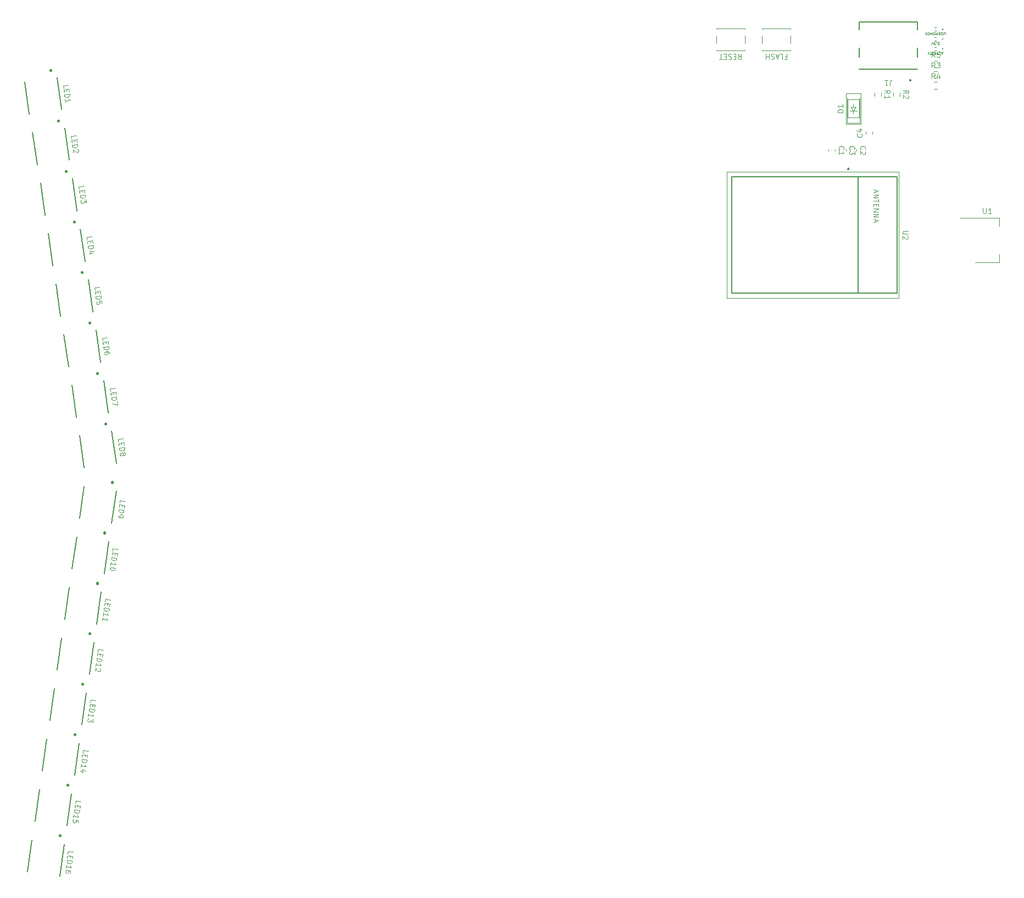
<source format=gbr>
%TF.GenerationSoftware,Flux,Pcbnew,7.0.11-7.0.11~ubuntu20.04.1*%
%TF.CreationDate,2024-08-17T06:32:21+00:00*%
%TF.ProjectId,input,696e7075-742e-46b6-9963-61645f706362,rev?*%
%TF.SameCoordinates,Original*%
%TF.FileFunction,Legend,Top*%
%TF.FilePolarity,Positive*%
%FSLAX46Y46*%
G04 Gerber Fmt 4.6, Leading zero omitted, Abs format (unit mm)*
G04 Filename: pcbrobot*
G04 Build it with Flux! Visit our site at: https://www.flux.ai (PCBNEW 7.0.11-7.0.11~ubuntu20.04.1) date 2024-08-17 06:32:21*
%MOMM*%
%LPD*%
G01*
G04 APERTURE LIST*
%ADD10C,0.095000*%
%ADD11C,0.047500*%
%ADD12C,0.120000*%
%ADD13C,0.400000*%
%ADD14C,0.127000*%
%ADD15C,0.100000*%
%ADD16C,0.050000*%
%ADD17C,0.200000*%
G04 APERTURE END LIST*
D10*
X128822073Y-5405092D02*
X129088739Y-5405092D01*
X129088739Y-4986044D02*
X129088739Y-5786044D01*
X129088739Y-5786044D02*
X128707787Y-5786044D01*
X128022073Y-4986044D02*
X128403025Y-4986044D01*
X128403025Y-4986044D02*
X128403025Y-5786044D01*
X127793502Y-5214616D02*
X127412549Y-5214616D01*
X127869692Y-4986044D02*
X127603025Y-5786044D01*
X127603025Y-5786044D02*
X127336359Y-4986044D01*
X127107788Y-5024140D02*
X126993502Y-4986044D01*
X126993502Y-4986044D02*
X126803026Y-4986044D01*
X126803026Y-4986044D02*
X126726835Y-5024140D01*
X126726835Y-5024140D02*
X126688740Y-5062235D01*
X126688740Y-5062235D02*
X126650645Y-5138425D01*
X126650645Y-5138425D02*
X126650645Y-5214616D01*
X126650645Y-5214616D02*
X126688740Y-5290806D01*
X126688740Y-5290806D02*
X126726835Y-5328901D01*
X126726835Y-5328901D02*
X126803026Y-5366997D01*
X126803026Y-5366997D02*
X126955407Y-5405092D01*
X126955407Y-5405092D02*
X127031597Y-5443187D01*
X127031597Y-5443187D02*
X127069692Y-5481282D01*
X127069692Y-5481282D02*
X127107788Y-5557473D01*
X127107788Y-5557473D02*
X127107788Y-5633663D01*
X127107788Y-5633663D02*
X127069692Y-5709854D01*
X127069692Y-5709854D02*
X127031597Y-5747949D01*
X127031597Y-5747949D02*
X126955407Y-5786044D01*
X126955407Y-5786044D02*
X126764930Y-5786044D01*
X126764930Y-5786044D02*
X126650645Y-5747949D01*
X126307787Y-4986044D02*
X126307787Y-5786044D01*
X126307787Y-5405092D02*
X125850644Y-5405092D01*
X125850644Y-4986044D02*
X125850644Y-5786044D01*
X20561376Y-112778310D02*
X20614395Y-112401065D01*
X20614395Y-112401065D02*
X21406609Y-112512404D01*
X20939233Y-113100702D02*
X20902120Y-113364773D01*
X20471245Y-113419626D02*
X20524263Y-113042382D01*
X20524263Y-113042382D02*
X21316478Y-113153720D01*
X21316478Y-113153720D02*
X21263460Y-113530965D01*
X20423529Y-113759147D02*
X21215743Y-113870486D01*
X21215743Y-113870486D02*
X21189234Y-114059108D01*
X21189234Y-114059108D02*
X21135604Y-114166980D01*
X21135604Y-114166980D02*
X21049551Y-114231825D01*
X21049551Y-114231825D02*
X20968800Y-114258946D01*
X20968800Y-114258946D02*
X20812601Y-114275463D01*
X20812601Y-114275463D02*
X20699427Y-114259558D01*
X20699427Y-114259558D02*
X20553831Y-114200626D01*
X20553831Y-114200626D02*
X20483684Y-114152298D01*
X20483684Y-114152298D02*
X20418838Y-114066245D01*
X20418838Y-114066245D02*
X20397019Y-113947770D01*
X20397019Y-113947770D02*
X20423529Y-113759147D01*
X20253870Y-114966331D02*
X20317492Y-114513637D01*
X20285681Y-114739984D02*
X21077895Y-114851323D01*
X21077895Y-114851323D02*
X20975326Y-114759968D01*
X20975326Y-114759968D02*
X20910480Y-114673916D01*
X20910480Y-114673916D02*
X20883359Y-114593165D01*
X20686580Y-115719598D02*
X20158437Y-115645373D01*
X21014885Y-115573390D02*
X20475527Y-115305240D01*
X20475527Y-115305240D02*
X20406603Y-115795659D01*
X151891467Y-5484555D02*
X151624800Y-5103602D01*
X151434324Y-5484555D02*
X151434324Y-4684555D01*
X151434324Y-4684555D02*
X151739086Y-4684555D01*
X151739086Y-4684555D02*
X151815276Y-4722650D01*
X151815276Y-4722650D02*
X151853371Y-4760745D01*
X151853371Y-4760745D02*
X151891467Y-4836936D01*
X151891467Y-4836936D02*
X151891467Y-4951221D01*
X151891467Y-4951221D02*
X151853371Y-5027412D01*
X151853371Y-5027412D02*
X151815276Y-5065507D01*
X151815276Y-5065507D02*
X151739086Y-5103602D01*
X151739086Y-5103602D02*
X151434324Y-5103602D01*
X152615276Y-4684555D02*
X152234324Y-4684555D01*
X152234324Y-4684555D02*
X152196228Y-5065507D01*
X152196228Y-5065507D02*
X152234324Y-5027412D01*
X152234324Y-5027412D02*
X152310514Y-4989317D01*
X152310514Y-4989317D02*
X152500990Y-4989317D01*
X152500990Y-4989317D02*
X152577181Y-5027412D01*
X152577181Y-5027412D02*
X152615276Y-5065507D01*
X152615276Y-5065507D02*
X152653371Y-5141698D01*
X152653371Y-5141698D02*
X152653371Y-5332174D01*
X152653371Y-5332174D02*
X152615276Y-5408364D01*
X152615276Y-5408364D02*
X152577181Y-5446460D01*
X152577181Y-5446460D02*
X152500990Y-5484555D01*
X152500990Y-5484555D02*
X152310514Y-5484555D01*
X152310514Y-5484555D02*
X152234324Y-5446460D01*
X152234324Y-5446460D02*
X152196228Y-5408364D01*
X140474135Y-19689466D02*
X140436040Y-19651370D01*
X140436040Y-19651370D02*
X140397944Y-19537085D01*
X140397944Y-19537085D02*
X140397944Y-19460894D01*
X140397944Y-19460894D02*
X140436040Y-19346608D01*
X140436040Y-19346608D02*
X140512230Y-19270418D01*
X140512230Y-19270418D02*
X140588420Y-19232323D01*
X140588420Y-19232323D02*
X140740801Y-19194227D01*
X140740801Y-19194227D02*
X140855087Y-19194227D01*
X140855087Y-19194227D02*
X141007468Y-19232323D01*
X141007468Y-19232323D02*
X141083659Y-19270418D01*
X141083659Y-19270418D02*
X141159849Y-19346608D01*
X141159849Y-19346608D02*
X141197944Y-19460894D01*
X141197944Y-19460894D02*
X141197944Y-19537085D01*
X141197944Y-19537085D02*
X141159849Y-19651370D01*
X141159849Y-19651370D02*
X141121754Y-19689466D01*
X141121754Y-19994227D02*
X141159849Y-20032323D01*
X141159849Y-20032323D02*
X141197944Y-20108513D01*
X141197944Y-20108513D02*
X141197944Y-20298989D01*
X141197944Y-20298989D02*
X141159849Y-20375180D01*
X141159849Y-20375180D02*
X141121754Y-20413275D01*
X141121754Y-20413275D02*
X141045563Y-20451370D01*
X141045563Y-20451370D02*
X140969373Y-20451370D01*
X140969373Y-20451370D02*
X140855087Y-20413275D01*
X140855087Y-20413275D02*
X140397944Y-19956132D01*
X140397944Y-19956132D02*
X140397944Y-20451370D01*
X138791535Y-19703266D02*
X138753440Y-19665170D01*
X138753440Y-19665170D02*
X138715344Y-19550885D01*
X138715344Y-19550885D02*
X138715344Y-19474694D01*
X138715344Y-19474694D02*
X138753440Y-19360408D01*
X138753440Y-19360408D02*
X138829630Y-19284218D01*
X138829630Y-19284218D02*
X138905820Y-19246123D01*
X138905820Y-19246123D02*
X139058201Y-19208027D01*
X139058201Y-19208027D02*
X139172487Y-19208027D01*
X139172487Y-19208027D02*
X139324868Y-19246123D01*
X139324868Y-19246123D02*
X139401059Y-19284218D01*
X139401059Y-19284218D02*
X139477249Y-19360408D01*
X139477249Y-19360408D02*
X139515344Y-19474694D01*
X139515344Y-19474694D02*
X139515344Y-19550885D01*
X139515344Y-19550885D02*
X139477249Y-19665170D01*
X139477249Y-19665170D02*
X139439154Y-19703266D01*
X139515344Y-19969932D02*
X139515344Y-20465170D01*
X139515344Y-20465170D02*
X139210582Y-20198504D01*
X139210582Y-20198504D02*
X139210582Y-20312789D01*
X139210582Y-20312789D02*
X139172487Y-20388980D01*
X139172487Y-20388980D02*
X139134392Y-20427075D01*
X139134392Y-20427075D02*
X139058201Y-20465170D01*
X139058201Y-20465170D02*
X138867725Y-20465170D01*
X138867725Y-20465170D02*
X138791535Y-20427075D01*
X138791535Y-20427075D02*
X138753440Y-20388980D01*
X138753440Y-20388980D02*
X138715344Y-20312789D01*
X138715344Y-20312789D02*
X138715344Y-20084218D01*
X138715344Y-20084218D02*
X138753440Y-20008027D01*
X138753440Y-20008027D02*
X138791535Y-19969932D01*
X23998976Y-89422410D02*
X24051995Y-89045165D01*
X24051995Y-89045165D02*
X24844209Y-89156504D01*
X24376833Y-89744802D02*
X24339720Y-90008873D01*
X23908845Y-90063726D02*
X23961863Y-89686482D01*
X23961863Y-89686482D02*
X24754078Y-89797820D01*
X24754078Y-89797820D02*
X24701060Y-90175065D01*
X23861129Y-90403247D02*
X24653343Y-90514586D01*
X24653343Y-90514586D02*
X24626834Y-90703208D01*
X24626834Y-90703208D02*
X24573204Y-90811080D01*
X24573204Y-90811080D02*
X24487151Y-90875925D01*
X24487151Y-90875925D02*
X24406400Y-90903046D01*
X24406400Y-90903046D02*
X24250201Y-90919563D01*
X24250201Y-90919563D02*
X24137027Y-90903658D01*
X24137027Y-90903658D02*
X23991431Y-90844726D01*
X23991431Y-90844726D02*
X23921284Y-90796398D01*
X23921284Y-90796398D02*
X23856438Y-90710345D01*
X23856438Y-90710345D02*
X23834619Y-90591870D01*
X23834619Y-90591870D02*
X23861129Y-90403247D01*
X23691470Y-91610431D02*
X23755092Y-91157737D01*
X23723281Y-91384084D02*
X24515495Y-91495423D01*
X24515495Y-91495423D02*
X24412926Y-91404068D01*
X24412926Y-91404068D02*
X24348080Y-91318016D01*
X24348080Y-91318016D02*
X24320959Y-91237265D01*
X23585433Y-92364922D02*
X23649055Y-91912228D01*
X23617244Y-92138575D02*
X24409459Y-92249913D01*
X24409459Y-92249913D02*
X24306889Y-92158559D01*
X24306889Y-92158559D02*
X24242044Y-92072506D01*
X24242044Y-92072506D02*
X24214923Y-91991755D01*
X137698355Y-13989682D02*
X136898355Y-13989682D01*
X136898355Y-13989682D02*
X136898355Y-13799206D01*
X136898355Y-13799206D02*
X136936450Y-13684920D01*
X136936450Y-13684920D02*
X137012640Y-13608730D01*
X137012640Y-13608730D02*
X137088831Y-13570635D01*
X137088831Y-13570635D02*
X137241212Y-13532539D01*
X137241212Y-13532539D02*
X137355498Y-13532539D01*
X137355498Y-13532539D02*
X137507879Y-13570635D01*
X137507879Y-13570635D02*
X137584069Y-13608730D01*
X137584069Y-13608730D02*
X137660260Y-13684920D01*
X137660260Y-13684920D02*
X137698355Y-13799206D01*
X137698355Y-13799206D02*
X137698355Y-13989682D01*
X137698355Y-12770635D02*
X137698355Y-13227778D01*
X137698355Y-12999206D02*
X136898355Y-12999206D01*
X136898355Y-12999206D02*
X137012640Y-13075397D01*
X137012640Y-13075397D02*
X137088831Y-13151587D01*
X137088831Y-13151587D02*
X137126926Y-13227778D01*
X137698355Y-13989682D02*
X136898355Y-13989682D01*
X136898355Y-13989682D02*
X136898355Y-13799206D01*
X136898355Y-13799206D02*
X136936450Y-13684920D01*
X136936450Y-13684920D02*
X137012640Y-13608730D01*
X137012640Y-13608730D02*
X137088831Y-13570635D01*
X137088831Y-13570635D02*
X137241212Y-13532539D01*
X137241212Y-13532539D02*
X137355498Y-13532539D01*
X137355498Y-13532539D02*
X137507879Y-13570635D01*
X137507879Y-13570635D02*
X137584069Y-13608730D01*
X137584069Y-13608730D02*
X137660260Y-13684920D01*
X137660260Y-13684920D02*
X137698355Y-13799206D01*
X137698355Y-13799206D02*
X137698355Y-13989682D01*
X137698355Y-12770635D02*
X137698355Y-13227778D01*
X137698355Y-12999206D02*
X136898355Y-12999206D01*
X136898355Y-12999206D02*
X137012640Y-13075397D01*
X137012640Y-13075397D02*
X137088831Y-13151587D01*
X137088831Y-13151587D02*
X137126926Y-13227778D01*
X151891467Y-8745855D02*
X151624800Y-8364902D01*
X151434324Y-8745855D02*
X151434324Y-7945855D01*
X151434324Y-7945855D02*
X151739086Y-7945855D01*
X151739086Y-7945855D02*
X151815276Y-7983950D01*
X151815276Y-7983950D02*
X151853371Y-8022045D01*
X151853371Y-8022045D02*
X151891467Y-8098236D01*
X151891467Y-8098236D02*
X151891467Y-8212521D01*
X151891467Y-8212521D02*
X151853371Y-8288712D01*
X151853371Y-8288712D02*
X151815276Y-8326807D01*
X151815276Y-8326807D02*
X151739086Y-8364902D01*
X151739086Y-8364902D02*
X151434324Y-8364902D01*
X152577181Y-8212521D02*
X152577181Y-8745855D01*
X152386705Y-7907760D02*
X152196228Y-8479188D01*
X152196228Y-8479188D02*
X152691467Y-8479188D01*
X26037283Y-64783879D02*
X25984264Y-64406634D01*
X25984264Y-64406634D02*
X26776479Y-64295296D01*
X26489365Y-64989631D02*
X26526478Y-65253702D01*
X26127414Y-65425196D02*
X26074396Y-65047951D01*
X26074396Y-65047951D02*
X26866610Y-64936612D01*
X26866610Y-64936612D02*
X26919628Y-65313857D01*
X26175131Y-65764717D02*
X26967345Y-65653378D01*
X26967345Y-65653378D02*
X26993854Y-65842001D01*
X26993854Y-65842001D02*
X26972035Y-65960476D01*
X26972035Y-65960476D02*
X26907190Y-66046529D01*
X26907190Y-66046529D02*
X26837043Y-66094857D01*
X26837043Y-66094857D02*
X26691446Y-66153789D01*
X26691446Y-66153789D02*
X26578273Y-66169694D01*
X26578273Y-66169694D02*
X26422073Y-66153177D01*
X26422073Y-66153177D02*
X26341322Y-66126056D01*
X26341322Y-66126056D02*
X26255270Y-66061211D01*
X26255270Y-66061211D02*
X26201640Y-65953339D01*
X26201640Y-65953339D02*
X26175131Y-65764717D01*
X26755068Y-66606483D02*
X26782189Y-66525732D01*
X26782189Y-66525732D02*
X26814612Y-66482705D01*
X26814612Y-66482705D02*
X26884759Y-66434377D01*
X26884759Y-66434377D02*
X26922484Y-66429075D01*
X26922484Y-66429075D02*
X27003234Y-66456196D01*
X27003234Y-66456196D02*
X27046261Y-66488619D01*
X27046261Y-66488619D02*
X27094589Y-66558766D01*
X27094589Y-66558766D02*
X27115796Y-66709664D01*
X27115796Y-66709664D02*
X27088675Y-66790415D01*
X27088675Y-66790415D02*
X27056253Y-66833441D01*
X27056253Y-66833441D02*
X26986106Y-66881769D01*
X26986106Y-66881769D02*
X26948381Y-66887071D01*
X26948381Y-66887071D02*
X26867630Y-66859950D01*
X26867630Y-66859950D02*
X26824604Y-66827528D01*
X26824604Y-66827528D02*
X26776276Y-66757381D01*
X26776276Y-66757381D02*
X26755068Y-66606483D01*
X26755068Y-66606483D02*
X26706740Y-66536335D01*
X26706740Y-66536335D02*
X26663714Y-66503913D01*
X26663714Y-66503913D02*
X26582963Y-66476792D01*
X26582963Y-66476792D02*
X26432065Y-66497999D01*
X26432065Y-66497999D02*
X26361918Y-66546327D01*
X26361918Y-66546327D02*
X26329495Y-66589354D01*
X26329495Y-66589354D02*
X26302374Y-66670105D01*
X26302374Y-66670105D02*
X26323582Y-66821003D01*
X26323582Y-66821003D02*
X26371910Y-66891150D01*
X26371910Y-66891150D02*
X26414936Y-66923572D01*
X26414936Y-66923572D02*
X26495687Y-66950693D01*
X26495687Y-66950693D02*
X26646585Y-66929486D01*
X26646585Y-66929486D02*
X26716732Y-66881158D01*
X26716732Y-66881158D02*
X26749155Y-66838131D01*
X26749155Y-66838131D02*
X26776276Y-66757381D01*
X25144876Y-81637210D02*
X25197895Y-81259965D01*
X25197895Y-81259965D02*
X25990109Y-81371304D01*
X25522733Y-81959602D02*
X25485620Y-82223673D01*
X25054745Y-82278526D02*
X25107763Y-81901282D01*
X25107763Y-81901282D02*
X25899978Y-82012620D01*
X25899978Y-82012620D02*
X25846960Y-82389865D01*
X25007029Y-82618047D02*
X25799243Y-82729386D01*
X25799243Y-82729386D02*
X25772734Y-82918008D01*
X25772734Y-82918008D02*
X25719104Y-83025880D01*
X25719104Y-83025880D02*
X25633051Y-83090725D01*
X25633051Y-83090725D02*
X25552300Y-83117846D01*
X25552300Y-83117846D02*
X25396101Y-83134363D01*
X25396101Y-83134363D02*
X25282927Y-83118458D01*
X25282927Y-83118458D02*
X25137331Y-83059526D01*
X25137331Y-83059526D02*
X25067184Y-83011198D01*
X25067184Y-83011198D02*
X25002338Y-82925145D01*
X25002338Y-82925145D02*
X24980519Y-82806670D01*
X24980519Y-82806670D02*
X25007029Y-82618047D01*
X24837370Y-83825231D02*
X24900992Y-83372537D01*
X24869181Y-83598884D02*
X25661395Y-83710223D01*
X25661395Y-83710223D02*
X25558826Y-83618868D01*
X25558826Y-83618868D02*
X25493980Y-83532816D01*
X25493980Y-83532816D02*
X25466859Y-83452065D01*
X25560661Y-84426989D02*
X25550057Y-84502438D01*
X25550057Y-84502438D02*
X25501729Y-84572585D01*
X25501729Y-84572585D02*
X25458702Y-84605007D01*
X25458702Y-84605007D02*
X25377952Y-84632128D01*
X25377952Y-84632128D02*
X25221752Y-84648645D01*
X25221752Y-84648645D02*
X25033129Y-84622136D01*
X25033129Y-84622136D02*
X24887533Y-84563204D01*
X24887533Y-84563204D02*
X24817386Y-84514876D01*
X24817386Y-84514876D02*
X24784963Y-84471850D01*
X24784963Y-84471850D02*
X24757842Y-84391099D01*
X24757842Y-84391099D02*
X24768446Y-84315650D01*
X24768446Y-84315650D02*
X24816774Y-84245503D01*
X24816774Y-84245503D02*
X24859801Y-84213080D01*
X24859801Y-84213080D02*
X24940551Y-84185959D01*
X24940551Y-84185959D02*
X25096751Y-84169442D01*
X25096751Y-84169442D02*
X25285374Y-84195951D01*
X25285374Y-84195951D02*
X25430970Y-84254883D01*
X25430970Y-84254883D02*
X25501117Y-84303211D01*
X25501117Y-84303211D02*
X25533540Y-84346238D01*
X25533540Y-84346238D02*
X25560661Y-84426989D01*
X23625883Y-49202279D02*
X23572864Y-48825034D01*
X23572864Y-48825034D02*
X24365079Y-48713696D01*
X24077965Y-49408031D02*
X24115078Y-49672102D01*
X23716014Y-49843596D02*
X23662996Y-49466351D01*
X23662996Y-49466351D02*
X24455210Y-49355012D01*
X24455210Y-49355012D02*
X24508228Y-49732257D01*
X23763731Y-50183117D02*
X24555945Y-50071778D01*
X24555945Y-50071778D02*
X24582454Y-50260401D01*
X24582454Y-50260401D02*
X24560635Y-50378876D01*
X24560635Y-50378876D02*
X24495790Y-50464929D01*
X24495790Y-50464929D02*
X24425643Y-50513257D01*
X24425643Y-50513257D02*
X24280046Y-50572189D01*
X24280046Y-50572189D02*
X24166873Y-50588094D01*
X24166873Y-50588094D02*
X24010673Y-50571577D01*
X24010673Y-50571577D02*
X23929922Y-50544456D01*
X23929922Y-50544456D02*
X23843870Y-50479611D01*
X23843870Y-50479611D02*
X23790240Y-50371739D01*
X23790240Y-50371739D02*
X23763731Y-50183117D01*
X24715000Y-51203513D02*
X24693793Y-51052615D01*
X24693793Y-51052615D02*
X24645464Y-50982468D01*
X24645464Y-50982468D02*
X24602438Y-50950045D01*
X24602438Y-50950045D02*
X24478661Y-50890502D01*
X24478661Y-50890502D02*
X24322461Y-50873985D01*
X24322461Y-50873985D02*
X24020665Y-50916399D01*
X24020665Y-50916399D02*
X23950518Y-50964727D01*
X23950518Y-50964727D02*
X23918095Y-51007754D01*
X23918095Y-51007754D02*
X23890974Y-51088505D01*
X23890974Y-51088505D02*
X23912182Y-51239403D01*
X23912182Y-51239403D02*
X23960510Y-51309550D01*
X23960510Y-51309550D02*
X24003536Y-51341972D01*
X24003536Y-51341972D02*
X24084287Y-51369093D01*
X24084287Y-51369093D02*
X24272910Y-51342584D01*
X24272910Y-51342584D02*
X24343057Y-51294256D01*
X24343057Y-51294256D02*
X24375479Y-51251230D01*
X24375479Y-51251230D02*
X24402600Y-51170479D01*
X24402600Y-51170479D02*
X24381393Y-51019581D01*
X24381393Y-51019581D02*
X24333065Y-50949434D01*
X24333065Y-50949434D02*
X24290038Y-50917011D01*
X24290038Y-50917011D02*
X24209288Y-50889890D01*
X18269576Y-128348810D02*
X18322595Y-127971565D01*
X18322595Y-127971565D02*
X19114809Y-128082904D01*
X18647433Y-128671202D02*
X18610320Y-128935273D01*
X18179445Y-128990126D02*
X18232463Y-128612882D01*
X18232463Y-128612882D02*
X19024678Y-128724220D01*
X19024678Y-128724220D02*
X18971660Y-129101465D01*
X18131729Y-129329647D02*
X18923943Y-129440986D01*
X18923943Y-129440986D02*
X18897434Y-129629608D01*
X18897434Y-129629608D02*
X18843804Y-129737480D01*
X18843804Y-129737480D02*
X18757751Y-129802325D01*
X18757751Y-129802325D02*
X18677000Y-129829446D01*
X18677000Y-129829446D02*
X18520801Y-129845963D01*
X18520801Y-129845963D02*
X18407627Y-129830058D01*
X18407627Y-129830058D02*
X18262031Y-129771126D01*
X18262031Y-129771126D02*
X18191884Y-129722798D01*
X18191884Y-129722798D02*
X18127038Y-129636745D01*
X18127038Y-129636745D02*
X18105219Y-129518270D01*
X18105219Y-129518270D02*
X18131729Y-129329647D01*
X17962070Y-130536831D02*
X18025692Y-130084137D01*
X17993881Y-130310484D02*
X18786095Y-130421823D01*
X18786095Y-130421823D02*
X18683526Y-130330468D01*
X18683526Y-130330468D02*
X18618680Y-130244416D01*
X18618680Y-130244416D02*
X18591559Y-130163665D01*
X18658851Y-131327211D02*
X18680059Y-131176313D01*
X18680059Y-131176313D02*
X18652938Y-131095562D01*
X18652938Y-131095562D02*
X18620515Y-131052536D01*
X18620515Y-131052536D02*
X18517945Y-130961181D01*
X18517945Y-130961181D02*
X18372349Y-130902250D01*
X18372349Y-130902250D02*
X18070553Y-130859835D01*
X18070553Y-130859835D02*
X17989802Y-130886956D01*
X17989802Y-130886956D02*
X17946776Y-130919378D01*
X17946776Y-130919378D02*
X17898448Y-130989526D01*
X17898448Y-130989526D02*
X17877241Y-131140424D01*
X17877241Y-131140424D02*
X17904361Y-131221174D01*
X17904361Y-131221174D02*
X17936784Y-131264201D01*
X17936784Y-131264201D02*
X18006931Y-131312529D01*
X18006931Y-131312529D02*
X18195554Y-131339038D01*
X18195554Y-131339038D02*
X18276305Y-131311917D01*
X18276305Y-131311917D02*
X18319331Y-131279495D01*
X18319331Y-131279495D02*
X18367659Y-131209347D01*
X18367659Y-131209347D02*
X18388866Y-131058449D01*
X18388866Y-131058449D02*
X18361746Y-130977699D01*
X18361746Y-130977699D02*
X18329323Y-130934672D01*
X18329323Y-130934672D02*
X18259176Y-130886344D01*
X21214583Y-33620679D02*
X21161564Y-33243434D01*
X21161564Y-33243434D02*
X21953779Y-33132096D01*
X21666665Y-33826431D02*
X21703778Y-34090502D01*
X21304714Y-34261996D02*
X21251696Y-33884751D01*
X21251696Y-33884751D02*
X22043910Y-33773412D01*
X22043910Y-33773412D02*
X22096928Y-34150657D01*
X21352431Y-34601517D02*
X22144645Y-34490178D01*
X22144645Y-34490178D02*
X22171154Y-34678801D01*
X22171154Y-34678801D02*
X22149335Y-34797276D01*
X22149335Y-34797276D02*
X22084490Y-34883329D01*
X22084490Y-34883329D02*
X22014343Y-34931657D01*
X22014343Y-34931657D02*
X21868746Y-34990589D01*
X21868746Y-34990589D02*
X21755573Y-35006494D01*
X21755573Y-35006494D02*
X21599373Y-34989977D01*
X21599373Y-34989977D02*
X21518622Y-34962856D01*
X21518622Y-34962856D02*
X21432570Y-34898011D01*
X21432570Y-34898011D02*
X21378940Y-34790139D01*
X21378940Y-34790139D02*
X21352431Y-34601517D01*
X22039628Y-35659026D02*
X21511485Y-35733252D01*
X22314915Y-35427989D02*
X21722539Y-35318894D01*
X21722539Y-35318894D02*
X21791462Y-35809312D01*
X24831583Y-56993079D02*
X24778564Y-56615834D01*
X24778564Y-56615834D02*
X25570779Y-56504496D01*
X25283665Y-57198831D02*
X25320778Y-57462902D01*
X24921714Y-57634396D02*
X24868696Y-57257151D01*
X24868696Y-57257151D02*
X25660910Y-57145812D01*
X25660910Y-57145812D02*
X25713928Y-57523057D01*
X24969431Y-57973917D02*
X25761645Y-57862578D01*
X25761645Y-57862578D02*
X25788154Y-58051201D01*
X25788154Y-58051201D02*
X25766335Y-58169676D01*
X25766335Y-58169676D02*
X25701490Y-58255729D01*
X25701490Y-58255729D02*
X25631343Y-58304057D01*
X25631343Y-58304057D02*
X25485746Y-58362989D01*
X25485746Y-58362989D02*
X25372573Y-58378894D01*
X25372573Y-58378894D02*
X25216373Y-58362377D01*
X25216373Y-58362377D02*
X25135622Y-58335256D01*
X25135622Y-58335256D02*
X25049570Y-58270411D01*
X25049570Y-58270411D02*
X24995940Y-58162539D01*
X24995940Y-58162539D02*
X24969431Y-57973917D01*
X25862380Y-58579344D02*
X25936605Y-59107487D01*
X25936605Y-59107487D02*
X25096674Y-58879305D01*
D11*
X153495707Y-2015722D02*
X153495707Y-1691912D01*
X153495707Y-1691912D02*
X153476660Y-1653817D01*
X153476660Y-1653817D02*
X153457612Y-1634770D01*
X153457612Y-1634770D02*
X153419517Y-1615722D01*
X153419517Y-1615722D02*
X153343326Y-1615722D01*
X153343326Y-1615722D02*
X153305231Y-1634770D01*
X153305231Y-1634770D02*
X153286184Y-1653817D01*
X153286184Y-1653817D02*
X153267136Y-1691912D01*
X153267136Y-1691912D02*
X153267136Y-2015722D01*
X153095707Y-1634770D02*
X153038564Y-1615722D01*
X153038564Y-1615722D02*
X152943326Y-1615722D01*
X152943326Y-1615722D02*
X152905231Y-1634770D01*
X152905231Y-1634770D02*
X152886183Y-1653817D01*
X152886183Y-1653817D02*
X152867136Y-1691912D01*
X152867136Y-1691912D02*
X152867136Y-1730008D01*
X152867136Y-1730008D02*
X152886183Y-1768103D01*
X152886183Y-1768103D02*
X152905231Y-1787150D01*
X152905231Y-1787150D02*
X152943326Y-1806198D01*
X152943326Y-1806198D02*
X153019517Y-1825246D01*
X153019517Y-1825246D02*
X153057612Y-1844293D01*
X153057612Y-1844293D02*
X153076659Y-1863341D01*
X153076659Y-1863341D02*
X153095707Y-1901436D01*
X153095707Y-1901436D02*
X153095707Y-1939531D01*
X153095707Y-1939531D02*
X153076659Y-1977627D01*
X153076659Y-1977627D02*
X153057612Y-1996674D01*
X153057612Y-1996674D02*
X153019517Y-2015722D01*
X153019517Y-2015722D02*
X152924278Y-2015722D01*
X152924278Y-2015722D02*
X152867136Y-1996674D01*
X152562374Y-1825246D02*
X152505231Y-1806198D01*
X152505231Y-1806198D02*
X152486184Y-1787150D01*
X152486184Y-1787150D02*
X152467136Y-1749055D01*
X152467136Y-1749055D02*
X152467136Y-1691912D01*
X152467136Y-1691912D02*
X152486184Y-1653817D01*
X152486184Y-1653817D02*
X152505231Y-1634770D01*
X152505231Y-1634770D02*
X152543326Y-1615722D01*
X152543326Y-1615722D02*
X152695707Y-1615722D01*
X152695707Y-1615722D02*
X152695707Y-2015722D01*
X152695707Y-2015722D02*
X152562374Y-2015722D01*
X152562374Y-2015722D02*
X152524279Y-1996674D01*
X152524279Y-1996674D02*
X152505231Y-1977627D01*
X152505231Y-1977627D02*
X152486184Y-1939531D01*
X152486184Y-1939531D02*
X152486184Y-1901436D01*
X152486184Y-1901436D02*
X152505231Y-1863341D01*
X152505231Y-1863341D02*
X152524279Y-1844293D01*
X152524279Y-1844293D02*
X152562374Y-1825246D01*
X152562374Y-1825246D02*
X152695707Y-1825246D01*
X152295707Y-1615722D02*
X152295707Y-2015722D01*
X152295707Y-2015722D02*
X152143326Y-2015722D01*
X152143326Y-2015722D02*
X152105231Y-1996674D01*
X152105231Y-1996674D02*
X152086184Y-1977627D01*
X152086184Y-1977627D02*
X152067136Y-1939531D01*
X152067136Y-1939531D02*
X152067136Y-1882389D01*
X152067136Y-1882389D02*
X152086184Y-1844293D01*
X152086184Y-1844293D02*
X152105231Y-1825246D01*
X152105231Y-1825246D02*
X152143326Y-1806198D01*
X152143326Y-1806198D02*
X152295707Y-1806198D01*
X151819517Y-2015722D02*
X151743326Y-2015722D01*
X151743326Y-2015722D02*
X151705231Y-1996674D01*
X151705231Y-1996674D02*
X151667136Y-1958579D01*
X151667136Y-1958579D02*
X151648088Y-1882389D01*
X151648088Y-1882389D02*
X151648088Y-1749055D01*
X151648088Y-1749055D02*
X151667136Y-1672865D01*
X151667136Y-1672865D02*
X151705231Y-1634770D01*
X151705231Y-1634770D02*
X151743326Y-1615722D01*
X151743326Y-1615722D02*
X151819517Y-1615722D01*
X151819517Y-1615722D02*
X151857612Y-1634770D01*
X151857612Y-1634770D02*
X151895707Y-1672865D01*
X151895707Y-1672865D02*
X151914755Y-1749055D01*
X151914755Y-1749055D02*
X151914755Y-1882389D01*
X151914755Y-1882389D02*
X151895707Y-1958579D01*
X151895707Y-1958579D02*
X151857612Y-1996674D01*
X151857612Y-1996674D02*
X151819517Y-2015722D01*
X151514755Y-2015722D02*
X151419517Y-1615722D01*
X151419517Y-1615722D02*
X151343326Y-1901436D01*
X151343326Y-1901436D02*
X151267136Y-1615722D01*
X151267136Y-1615722D02*
X151171898Y-2015722D01*
X151019516Y-1825246D02*
X150886183Y-1825246D01*
X150829040Y-1615722D02*
X151019516Y-1615722D01*
X151019516Y-1615722D02*
X151019516Y-2015722D01*
X151019516Y-2015722D02*
X150829040Y-2015722D01*
X150429040Y-1615722D02*
X150562373Y-1806198D01*
X150657611Y-1615722D02*
X150657611Y-2015722D01*
X150657611Y-2015722D02*
X150505230Y-2015722D01*
X150505230Y-2015722D02*
X150467135Y-1996674D01*
X150467135Y-1996674D02*
X150448088Y-1977627D01*
X150448088Y-1977627D02*
X150429040Y-1939531D01*
X150429040Y-1939531D02*
X150429040Y-1882389D01*
X150429040Y-1882389D02*
X150448088Y-1844293D01*
X150448088Y-1844293D02*
X150467135Y-1825246D01*
X150467135Y-1825246D02*
X150505230Y-1806198D01*
X150505230Y-1806198D02*
X150657611Y-1806198D01*
D10*
X140611164Y-17288437D02*
X140649260Y-17326533D01*
X140649260Y-17326533D02*
X140687355Y-17440818D01*
X140687355Y-17440818D02*
X140687355Y-17517009D01*
X140687355Y-17517009D02*
X140649260Y-17631295D01*
X140649260Y-17631295D02*
X140573069Y-17707485D01*
X140573069Y-17707485D02*
X140496879Y-17745580D01*
X140496879Y-17745580D02*
X140344498Y-17783676D01*
X140344498Y-17783676D02*
X140230212Y-17783676D01*
X140230212Y-17783676D02*
X140077831Y-17745580D01*
X140077831Y-17745580D02*
X140001640Y-17707485D01*
X140001640Y-17707485D02*
X139925450Y-17631295D01*
X139925450Y-17631295D02*
X139887355Y-17517009D01*
X139887355Y-17517009D02*
X139887355Y-17440818D01*
X139887355Y-17440818D02*
X139925450Y-17326533D01*
X139925450Y-17326533D02*
X139963545Y-17288437D01*
X140154021Y-16602723D02*
X140687355Y-16602723D01*
X139849260Y-16793199D02*
X140420688Y-16983676D01*
X140420688Y-16983676D02*
X140420688Y-16488437D01*
X151891467Y-7110855D02*
X151624800Y-6729902D01*
X151434324Y-7110855D02*
X151434324Y-6310855D01*
X151434324Y-6310855D02*
X151739086Y-6310855D01*
X151739086Y-6310855D02*
X151815276Y-6348950D01*
X151815276Y-6348950D02*
X151853371Y-6387045D01*
X151853371Y-6387045D02*
X151891467Y-6463236D01*
X151891467Y-6463236D02*
X151891467Y-6577521D01*
X151891467Y-6577521D02*
X151853371Y-6653712D01*
X151853371Y-6653712D02*
X151815276Y-6691807D01*
X151815276Y-6691807D02*
X151739086Y-6729902D01*
X151739086Y-6729902D02*
X151434324Y-6729902D01*
X152158133Y-6310855D02*
X152653371Y-6310855D01*
X152653371Y-6310855D02*
X152386705Y-6615617D01*
X152386705Y-6615617D02*
X152500990Y-6615617D01*
X152500990Y-6615617D02*
X152577181Y-6653712D01*
X152577181Y-6653712D02*
X152615276Y-6691807D01*
X152615276Y-6691807D02*
X152653371Y-6767998D01*
X152653371Y-6767998D02*
X152653371Y-6958474D01*
X152653371Y-6958474D02*
X152615276Y-7034664D01*
X152615276Y-7034664D02*
X152577181Y-7072760D01*
X152577181Y-7072760D02*
X152500990Y-7110855D01*
X152500990Y-7110855D02*
X152272419Y-7110855D01*
X152272419Y-7110855D02*
X152196228Y-7072760D01*
X152196228Y-7072760D02*
X152158133Y-7034664D01*
X147037344Y-11071566D02*
X147418297Y-10804899D01*
X147037344Y-10614423D02*
X147837344Y-10614423D01*
X147837344Y-10614423D02*
X147837344Y-10919185D01*
X147837344Y-10919185D02*
X147799249Y-10995375D01*
X147799249Y-10995375D02*
X147761154Y-11033470D01*
X147761154Y-11033470D02*
X147684963Y-11071566D01*
X147684963Y-11071566D02*
X147570678Y-11071566D01*
X147570678Y-11071566D02*
X147494487Y-11033470D01*
X147494487Y-11033470D02*
X147456392Y-10995375D01*
X147456392Y-10995375D02*
X147418297Y-10919185D01*
X147418297Y-10919185D02*
X147418297Y-10614423D01*
X147761154Y-11376327D02*
X147799249Y-11414423D01*
X147799249Y-11414423D02*
X147837344Y-11490613D01*
X147837344Y-11490613D02*
X147837344Y-11681089D01*
X147837344Y-11681089D02*
X147799249Y-11757280D01*
X147799249Y-11757280D02*
X147761154Y-11795375D01*
X147761154Y-11795375D02*
X147684963Y-11833470D01*
X147684963Y-11833470D02*
X147608773Y-11833470D01*
X147608773Y-11833470D02*
X147494487Y-11795375D01*
X147494487Y-11795375D02*
X147037344Y-11338232D01*
X147037344Y-11338232D02*
X147037344Y-11833470D01*
D11*
X152562373Y-3524122D02*
X152314754Y-3524122D01*
X152314754Y-3524122D02*
X152448087Y-3371741D01*
X152448087Y-3371741D02*
X152390944Y-3371741D01*
X152390944Y-3371741D02*
X152352849Y-3352693D01*
X152352849Y-3352693D02*
X152333801Y-3333646D01*
X152333801Y-3333646D02*
X152314754Y-3295550D01*
X152314754Y-3295550D02*
X152314754Y-3200312D01*
X152314754Y-3200312D02*
X152333801Y-3162217D01*
X152333801Y-3162217D02*
X152352849Y-3143170D01*
X152352849Y-3143170D02*
X152390944Y-3124122D01*
X152390944Y-3124122D02*
X152505230Y-3124122D01*
X152505230Y-3124122D02*
X152543325Y-3143170D01*
X152543325Y-3143170D02*
X152562373Y-3162217D01*
X152143325Y-3162217D02*
X152124278Y-3143170D01*
X152124278Y-3143170D02*
X152143325Y-3124122D01*
X152143325Y-3124122D02*
X152162373Y-3143170D01*
X152162373Y-3143170D02*
X152143325Y-3162217D01*
X152143325Y-3162217D02*
X152143325Y-3124122D01*
X151990945Y-3524122D02*
X151743326Y-3524122D01*
X151743326Y-3524122D02*
X151876659Y-3371741D01*
X151876659Y-3371741D02*
X151819516Y-3371741D01*
X151819516Y-3371741D02*
X151781421Y-3352693D01*
X151781421Y-3352693D02*
X151762373Y-3333646D01*
X151762373Y-3333646D02*
X151743326Y-3295550D01*
X151743326Y-3295550D02*
X151743326Y-3200312D01*
X151743326Y-3200312D02*
X151762373Y-3162217D01*
X151762373Y-3162217D02*
X151781421Y-3143170D01*
X151781421Y-3143170D02*
X151819516Y-3124122D01*
X151819516Y-3124122D02*
X151933802Y-3124122D01*
X151933802Y-3124122D02*
X151971897Y-3143170D01*
X151971897Y-3143170D02*
X151990945Y-3162217D01*
X151629040Y-3524122D02*
X151495707Y-3124122D01*
X151495707Y-3124122D02*
X151362374Y-3524122D01*
D10*
X22853076Y-97207710D02*
X22906095Y-96830465D01*
X22906095Y-96830465D02*
X23698309Y-96941804D01*
X23230933Y-97530102D02*
X23193820Y-97794173D01*
X22762945Y-97849026D02*
X22815963Y-97471782D01*
X22815963Y-97471782D02*
X23608178Y-97583120D01*
X23608178Y-97583120D02*
X23555160Y-97960365D01*
X22715229Y-98188547D02*
X23507443Y-98299886D01*
X23507443Y-98299886D02*
X23480934Y-98488508D01*
X23480934Y-98488508D02*
X23427304Y-98596380D01*
X23427304Y-98596380D02*
X23341251Y-98661225D01*
X23341251Y-98661225D02*
X23260500Y-98688346D01*
X23260500Y-98688346D02*
X23104301Y-98704863D01*
X23104301Y-98704863D02*
X22991127Y-98688958D01*
X22991127Y-98688958D02*
X22845531Y-98630026D01*
X22845531Y-98630026D02*
X22775384Y-98581698D01*
X22775384Y-98581698D02*
X22710538Y-98495645D01*
X22710538Y-98495645D02*
X22688719Y-98377170D01*
X22688719Y-98377170D02*
X22715229Y-98188547D01*
X22545570Y-99395731D02*
X22609192Y-98943037D01*
X22577381Y-99169384D02*
X23369595Y-99280723D01*
X23369595Y-99280723D02*
X23267026Y-99189368D01*
X23267026Y-99189368D02*
X23202180Y-99103316D01*
X23202180Y-99103316D02*
X23175059Y-99022565D01*
X23219921Y-99798262D02*
X23252343Y-99841289D01*
X23252343Y-99841289D02*
X23279464Y-99922040D01*
X23279464Y-99922040D02*
X23252955Y-100110662D01*
X23252955Y-100110662D02*
X23204627Y-100180809D01*
X23204627Y-100180809D02*
X23161601Y-100213232D01*
X23161601Y-100213232D02*
X23080850Y-100240353D01*
X23080850Y-100240353D02*
X23005401Y-100229749D01*
X23005401Y-100229749D02*
X22897529Y-100176119D01*
X22897529Y-100176119D02*
X22508457Y-99659803D01*
X22508457Y-99659803D02*
X22439533Y-100150222D01*
X137159135Y-19703266D02*
X137121040Y-19665170D01*
X137121040Y-19665170D02*
X137082944Y-19550885D01*
X137082944Y-19550885D02*
X137082944Y-19474694D01*
X137082944Y-19474694D02*
X137121040Y-19360408D01*
X137121040Y-19360408D02*
X137197230Y-19284218D01*
X137197230Y-19284218D02*
X137273420Y-19246123D01*
X137273420Y-19246123D02*
X137425801Y-19208027D01*
X137425801Y-19208027D02*
X137540087Y-19208027D01*
X137540087Y-19208027D02*
X137692468Y-19246123D01*
X137692468Y-19246123D02*
X137768659Y-19284218D01*
X137768659Y-19284218D02*
X137844849Y-19360408D01*
X137844849Y-19360408D02*
X137882944Y-19474694D01*
X137882944Y-19474694D02*
X137882944Y-19550885D01*
X137882944Y-19550885D02*
X137844849Y-19665170D01*
X137844849Y-19665170D02*
X137806754Y-19703266D01*
X137082944Y-20465170D02*
X137082944Y-20008027D01*
X137082944Y-20236599D02*
X137882944Y-20236599D01*
X137882944Y-20236599D02*
X137768659Y-20160408D01*
X137768659Y-20160408D02*
X137692468Y-20084218D01*
X137692468Y-20084218D02*
X137654373Y-20008027D01*
X17597483Y-10248279D02*
X17544464Y-9871034D01*
X17544464Y-9871034D02*
X18336679Y-9759696D01*
X18049565Y-10454031D02*
X18086678Y-10718102D01*
X17687614Y-10889596D02*
X17634596Y-10512351D01*
X17634596Y-10512351D02*
X18426810Y-10401012D01*
X18426810Y-10401012D02*
X18479828Y-10778257D01*
X17735331Y-11229117D02*
X18527545Y-11117778D01*
X18527545Y-11117778D02*
X18554054Y-11306401D01*
X18554054Y-11306401D02*
X18532235Y-11424876D01*
X18532235Y-11424876D02*
X18467390Y-11510929D01*
X18467390Y-11510929D02*
X18397243Y-11559257D01*
X18397243Y-11559257D02*
X18251646Y-11618189D01*
X18251646Y-11618189D02*
X18138473Y-11634094D01*
X18138473Y-11634094D02*
X17982273Y-11617577D01*
X17982273Y-11617577D02*
X17901522Y-11590456D01*
X17901522Y-11590456D02*
X17815470Y-11525611D01*
X17815470Y-11525611D02*
X17761840Y-11417739D01*
X17761840Y-11417739D02*
X17735331Y-11229117D01*
X17904989Y-12436301D02*
X17841367Y-11983607D01*
X17873178Y-12209954D02*
X18665393Y-12098615D01*
X18665393Y-12098615D02*
X18541615Y-12039072D01*
X18541615Y-12039072D02*
X18455563Y-11974226D01*
X18455563Y-11974226D02*
X18407235Y-11904079D01*
X144162344Y-11071566D02*
X144543297Y-10804899D01*
X144162344Y-10614423D02*
X144962344Y-10614423D01*
X144962344Y-10614423D02*
X144962344Y-10919185D01*
X144962344Y-10919185D02*
X144924249Y-10995375D01*
X144924249Y-10995375D02*
X144886154Y-11033470D01*
X144886154Y-11033470D02*
X144809963Y-11071566D01*
X144809963Y-11071566D02*
X144695678Y-11071566D01*
X144695678Y-11071566D02*
X144619487Y-11033470D01*
X144619487Y-11033470D02*
X144581392Y-10995375D01*
X144581392Y-10995375D02*
X144543297Y-10919185D01*
X144543297Y-10919185D02*
X144543297Y-10614423D01*
X144162344Y-11833470D02*
X144162344Y-11376327D01*
X144162344Y-11604899D02*
X144962344Y-11604899D01*
X144962344Y-11604899D02*
X144848059Y-11528708D01*
X144848059Y-11528708D02*
X144771868Y-11452518D01*
X144771868Y-11452518D02*
X144733773Y-11376327D01*
D11*
X153105230Y-4746708D02*
X152914754Y-4746708D01*
X153143325Y-4632422D02*
X153009992Y-5032422D01*
X153009992Y-5032422D02*
X152876659Y-4632422D01*
X152514754Y-4670517D02*
X152533802Y-4651470D01*
X152533802Y-4651470D02*
X152590944Y-4632422D01*
X152590944Y-4632422D02*
X152629040Y-4632422D01*
X152629040Y-4632422D02*
X152686183Y-4651470D01*
X152686183Y-4651470D02*
X152724278Y-4689565D01*
X152724278Y-4689565D02*
X152743325Y-4727660D01*
X152743325Y-4727660D02*
X152762373Y-4803850D01*
X152762373Y-4803850D02*
X152762373Y-4860993D01*
X152762373Y-4860993D02*
X152743325Y-4937184D01*
X152743325Y-4937184D02*
X152724278Y-4975279D01*
X152724278Y-4975279D02*
X152686183Y-5013374D01*
X152686183Y-5013374D02*
X152629040Y-5032422D01*
X152629040Y-5032422D02*
X152590944Y-5032422D01*
X152590944Y-5032422D02*
X152533802Y-5013374D01*
X152533802Y-5013374D02*
X152514754Y-4994327D01*
X152400468Y-5032422D02*
X152171897Y-5032422D01*
X152286183Y-4632422D02*
X152286183Y-5032422D01*
X152038563Y-4632422D02*
X152038563Y-5032422D01*
X151905230Y-5032422D02*
X151771897Y-4632422D01*
X151771897Y-4632422D02*
X151638564Y-5032422D01*
X151505230Y-4632422D02*
X151505230Y-5032422D01*
X151371897Y-5032422D02*
X151143326Y-5032422D01*
X151257612Y-4632422D02*
X151257612Y-5032422D01*
X150933802Y-4822898D02*
X150933802Y-4632422D01*
X151067135Y-5032422D02*
X150933802Y-4822898D01*
X150933802Y-4822898D02*
X150800469Y-5032422D01*
D10*
X18803183Y-18039079D02*
X18750164Y-17661834D01*
X18750164Y-17661834D02*
X19542379Y-17550496D01*
X19255265Y-18244831D02*
X19292378Y-18508902D01*
X18893314Y-18680396D02*
X18840296Y-18303151D01*
X18840296Y-18303151D02*
X19632510Y-18191812D01*
X19632510Y-18191812D02*
X19685528Y-18569057D01*
X18941031Y-19019917D02*
X19733245Y-18908578D01*
X19733245Y-18908578D02*
X19759754Y-19097201D01*
X19759754Y-19097201D02*
X19737935Y-19215676D01*
X19737935Y-19215676D02*
X19673090Y-19301729D01*
X19673090Y-19301729D02*
X19602943Y-19350057D01*
X19602943Y-19350057D02*
X19457346Y-19408989D01*
X19457346Y-19408989D02*
X19344173Y-19424894D01*
X19344173Y-19424894D02*
X19187973Y-19408377D01*
X19187973Y-19408377D02*
X19107222Y-19381256D01*
X19107222Y-19381256D02*
X19021170Y-19316411D01*
X19021170Y-19316411D02*
X18967540Y-19208539D01*
X18967540Y-19208539D02*
X18941031Y-19019917D01*
X19763833Y-19673672D02*
X19806859Y-19706094D01*
X19806859Y-19706094D02*
X19855187Y-19776242D01*
X19855187Y-19776242D02*
X19881696Y-19964864D01*
X19881696Y-19964864D02*
X19854575Y-20045615D01*
X19854575Y-20045615D02*
X19822153Y-20088641D01*
X19822153Y-20088641D02*
X19752006Y-20136969D01*
X19752006Y-20136969D02*
X19676557Y-20147573D01*
X19676557Y-20147573D02*
X19558081Y-20125754D01*
X19558081Y-20125754D02*
X19041765Y-19736682D01*
X19041765Y-19736682D02*
X19110689Y-20227101D01*
X142661511Y-25948447D02*
X142661511Y-26329400D01*
X142432939Y-25872257D02*
X143232939Y-26138924D01*
X143232939Y-26138924D02*
X142432939Y-26405590D01*
X142432939Y-26672257D02*
X143232939Y-26672257D01*
X143232939Y-26672257D02*
X142432939Y-27129400D01*
X142432939Y-27129400D02*
X143232939Y-27129400D01*
X143232939Y-27396066D02*
X143232939Y-27853209D01*
X142432939Y-27624637D02*
X143232939Y-27624637D01*
X142851987Y-28119876D02*
X142851987Y-28386542D01*
X142432939Y-28500828D02*
X142432939Y-28119876D01*
X142432939Y-28119876D02*
X143232939Y-28119876D01*
X143232939Y-28119876D02*
X143232939Y-28500828D01*
X142432939Y-28843686D02*
X143232939Y-28843686D01*
X143232939Y-28843686D02*
X142432939Y-29300829D01*
X142432939Y-29300829D02*
X143232939Y-29300829D01*
X142432939Y-29681781D02*
X143232939Y-29681781D01*
X143232939Y-29681781D02*
X142432939Y-30138924D01*
X142432939Y-30138924D02*
X143232939Y-30138924D01*
X142661511Y-30481780D02*
X142661511Y-30862733D01*
X142432939Y-30405590D02*
X143232939Y-30672257D01*
X143232939Y-30672257D02*
X142432939Y-30938923D01*
X147757944Y-32296062D02*
X147110325Y-32296062D01*
X147110325Y-32296062D02*
X147034135Y-32334157D01*
X147034135Y-32334157D02*
X146996040Y-32372252D01*
X146996040Y-32372252D02*
X146957944Y-32448443D01*
X146957944Y-32448443D02*
X146957944Y-32600824D01*
X146957944Y-32600824D02*
X146996040Y-32677014D01*
X146996040Y-32677014D02*
X147034135Y-32715109D01*
X147034135Y-32715109D02*
X147110325Y-32753205D01*
X147110325Y-32753205D02*
X147757944Y-32753205D01*
X147681754Y-33096061D02*
X147719849Y-33134157D01*
X147719849Y-33134157D02*
X147757944Y-33210347D01*
X147757944Y-33210347D02*
X147757944Y-33400823D01*
X147757944Y-33400823D02*
X147719849Y-33477014D01*
X147719849Y-33477014D02*
X147681754Y-33515109D01*
X147681754Y-33515109D02*
X147605563Y-33553204D01*
X147605563Y-33553204D02*
X147529373Y-33553204D01*
X147529373Y-33553204D02*
X147415087Y-33515109D01*
X147415087Y-33515109D02*
X146957944Y-33057966D01*
X146957944Y-33057966D02*
X146957944Y-33553204D01*
X21707276Y-104993010D02*
X21760295Y-104615765D01*
X21760295Y-104615765D02*
X22552509Y-104727104D01*
X22085133Y-105315402D02*
X22048020Y-105579473D01*
X21617145Y-105634326D02*
X21670163Y-105257082D01*
X21670163Y-105257082D02*
X22462378Y-105368420D01*
X22462378Y-105368420D02*
X22409360Y-105745665D01*
X21569429Y-105973847D02*
X22361643Y-106085186D01*
X22361643Y-106085186D02*
X22335134Y-106273808D01*
X22335134Y-106273808D02*
X22281504Y-106381680D01*
X22281504Y-106381680D02*
X22195451Y-106446525D01*
X22195451Y-106446525D02*
X22114700Y-106473646D01*
X22114700Y-106473646D02*
X21958501Y-106490163D01*
X21958501Y-106490163D02*
X21845327Y-106474258D01*
X21845327Y-106474258D02*
X21699731Y-106415326D01*
X21699731Y-106415326D02*
X21629584Y-106366998D01*
X21629584Y-106366998D02*
X21564738Y-106280945D01*
X21564738Y-106280945D02*
X21542919Y-106162470D01*
X21542919Y-106162470D02*
X21569429Y-105973847D01*
X21399770Y-107181031D02*
X21463392Y-106728337D01*
X21431581Y-106954684D02*
X22223795Y-107066023D01*
X22223795Y-107066023D02*
X22121226Y-106974668D01*
X22121226Y-106974668D02*
X22056380Y-106888616D01*
X22056380Y-106888616D02*
X22029259Y-106807865D01*
X22154872Y-107556442D02*
X22085948Y-108046860D01*
X22085948Y-108046860D02*
X21821265Y-107740374D01*
X21821265Y-107740374D02*
X21805359Y-107853547D01*
X21805359Y-107853547D02*
X21757031Y-107923695D01*
X21757031Y-107923695D02*
X21714005Y-107956117D01*
X21714005Y-107956117D02*
X21633254Y-107983238D01*
X21633254Y-107983238D02*
X21444631Y-107956729D01*
X21444631Y-107956729D02*
X21374484Y-107908401D01*
X21374484Y-107908401D02*
X21342061Y-107865374D01*
X21342061Y-107865374D02*
X21314941Y-107784624D01*
X21314941Y-107784624D02*
X21346752Y-107558277D01*
X21346752Y-107558277D02*
X21395080Y-107488129D01*
X21395080Y-107488129D02*
X21438106Y-107455707D01*
X26237758Y-74229155D02*
X26290776Y-73851910D01*
X26290776Y-73851910D02*
X27082991Y-73963248D01*
X26615615Y-74551546D02*
X26578502Y-74815618D01*
X26147627Y-74870471D02*
X26200645Y-74493226D01*
X26200645Y-74493226D02*
X26992860Y-74604565D01*
X26992860Y-74604565D02*
X26939841Y-74981810D01*
X26099910Y-75209992D02*
X26892125Y-75321331D01*
X26892125Y-75321331D02*
X26865616Y-75509953D01*
X26865616Y-75509953D02*
X26811986Y-75617825D01*
X26811986Y-75617825D02*
X26725933Y-75682670D01*
X26725933Y-75682670D02*
X26645182Y-75709791D01*
X26645182Y-75709791D02*
X26488982Y-75726308D01*
X26488982Y-75726308D02*
X26375809Y-75710403D01*
X26375809Y-75710403D02*
X26230213Y-75651471D01*
X26230213Y-75651471D02*
X26160066Y-75603143D01*
X26160066Y-75603143D02*
X26095220Y-75517090D01*
X26095220Y-75517090D02*
X26073401Y-75398615D01*
X26073401Y-75398615D02*
X26099910Y-75209992D01*
X25983270Y-76039931D02*
X25962063Y-76190829D01*
X25962063Y-76190829D02*
X25989184Y-76271580D01*
X25989184Y-76271580D02*
X26021606Y-76314606D01*
X26021606Y-76314606D02*
X26124176Y-76405961D01*
X26124176Y-76405961D02*
X26269772Y-76464892D01*
X26269772Y-76464892D02*
X26571568Y-76507307D01*
X26571568Y-76507307D02*
X26652319Y-76480186D01*
X26652319Y-76480186D02*
X26695345Y-76447764D01*
X26695345Y-76447764D02*
X26743673Y-76377616D01*
X26743673Y-76377616D02*
X26764881Y-76226718D01*
X26764881Y-76226718D02*
X26737760Y-76145968D01*
X26737760Y-76145968D02*
X26705337Y-76102941D01*
X26705337Y-76102941D02*
X26635190Y-76054613D01*
X26635190Y-76054613D02*
X26446568Y-76028104D01*
X26446568Y-76028104D02*
X26365817Y-76055225D01*
X26365817Y-76055225D02*
X26322791Y-76087647D01*
X26322791Y-76087647D02*
X26274462Y-76157795D01*
X26274462Y-76157795D02*
X26253255Y-76308693D01*
X26253255Y-76308693D02*
X26280376Y-76389443D01*
X26280376Y-76389443D02*
X26312799Y-76432470D01*
X26312799Y-76432470D02*
X26382946Y-76480798D01*
X159322076Y-28770755D02*
X159322076Y-29418374D01*
X159322076Y-29418374D02*
X159360171Y-29494564D01*
X159360171Y-29494564D02*
X159398266Y-29532660D01*
X159398266Y-29532660D02*
X159474457Y-29570755D01*
X159474457Y-29570755D02*
X159626838Y-29570755D01*
X159626838Y-29570755D02*
X159703028Y-29532660D01*
X159703028Y-29532660D02*
X159741123Y-29494564D01*
X159741123Y-29494564D02*
X159779219Y-29418374D01*
X159779219Y-29418374D02*
X159779219Y-28770755D01*
X160579218Y-29570755D02*
X160122075Y-29570755D01*
X160350647Y-29570755D02*
X160350647Y-28770755D01*
X160350647Y-28770755D02*
X160274456Y-28885040D01*
X160274456Y-28885040D02*
X160198266Y-28961231D01*
X160198266Y-28961231D02*
X160122075Y-28999326D01*
X19415476Y-120563510D02*
X19468495Y-120186265D01*
X19468495Y-120186265D02*
X20260709Y-120297604D01*
X19793333Y-120885902D02*
X19756220Y-121149973D01*
X19325345Y-121204826D02*
X19378363Y-120827582D01*
X19378363Y-120827582D02*
X20170578Y-120938920D01*
X20170578Y-120938920D02*
X20117560Y-121316165D01*
X19277629Y-121544347D02*
X20069843Y-121655686D01*
X20069843Y-121655686D02*
X20043334Y-121844308D01*
X20043334Y-121844308D02*
X19989704Y-121952180D01*
X19989704Y-121952180D02*
X19903651Y-122017025D01*
X19903651Y-122017025D02*
X19822900Y-122044146D01*
X19822900Y-122044146D02*
X19666701Y-122060663D01*
X19666701Y-122060663D02*
X19553527Y-122044758D01*
X19553527Y-122044758D02*
X19407931Y-121985826D01*
X19407931Y-121985826D02*
X19337784Y-121937498D01*
X19337784Y-121937498D02*
X19272938Y-121851445D01*
X19272938Y-121851445D02*
X19251119Y-121732970D01*
X19251119Y-121732970D02*
X19277629Y-121544347D01*
X19107970Y-122751531D02*
X19171592Y-122298837D01*
X19139781Y-122525184D02*
X19931995Y-122636523D01*
X19931995Y-122636523D02*
X19829426Y-122545168D01*
X19829426Y-122545168D02*
X19764580Y-122459116D01*
X19764580Y-122459116D02*
X19737459Y-122378365D01*
X19799450Y-123579636D02*
X19852468Y-123202391D01*
X19852468Y-123202391D02*
X19480525Y-123111648D01*
X19480525Y-123111648D02*
X19512947Y-123154674D01*
X19512947Y-123154674D02*
X19540068Y-123235425D01*
X19540068Y-123235425D02*
X19513559Y-123424047D01*
X19513559Y-123424047D02*
X19465231Y-123494195D01*
X19465231Y-123494195D02*
X19422205Y-123526617D01*
X19422205Y-123526617D02*
X19341454Y-123553738D01*
X19341454Y-123553738D02*
X19152831Y-123527229D01*
X19152831Y-123527229D02*
X19082684Y-123478901D01*
X19082684Y-123478901D02*
X19050261Y-123435874D01*
X19050261Y-123435874D02*
X19023141Y-123355124D01*
X19023141Y-123355124D02*
X19049650Y-123166501D01*
X19049650Y-123166501D02*
X19097978Y-123096354D01*
X19097978Y-123096354D02*
X19141004Y-123063931D01*
X121561097Y-4986044D02*
X121827764Y-5366997D01*
X122018240Y-4986044D02*
X122018240Y-5786044D01*
X122018240Y-5786044D02*
X121713478Y-5786044D01*
X121713478Y-5786044D02*
X121637288Y-5747949D01*
X121637288Y-5747949D02*
X121599193Y-5709854D01*
X121599193Y-5709854D02*
X121561097Y-5633663D01*
X121561097Y-5633663D02*
X121561097Y-5519378D01*
X121561097Y-5519378D02*
X121599193Y-5443187D01*
X121599193Y-5443187D02*
X121637288Y-5405092D01*
X121637288Y-5405092D02*
X121713478Y-5366997D01*
X121713478Y-5366997D02*
X122018240Y-5366997D01*
X121218240Y-5405092D02*
X120951574Y-5405092D01*
X120837288Y-4986044D02*
X121218240Y-4986044D01*
X121218240Y-4986044D02*
X121218240Y-5786044D01*
X121218240Y-5786044D02*
X120837288Y-5786044D01*
X120532526Y-5024140D02*
X120418240Y-4986044D01*
X120418240Y-4986044D02*
X120227764Y-4986044D01*
X120227764Y-4986044D02*
X120151573Y-5024140D01*
X120151573Y-5024140D02*
X120113478Y-5062235D01*
X120113478Y-5062235D02*
X120075383Y-5138425D01*
X120075383Y-5138425D02*
X120075383Y-5214616D01*
X120075383Y-5214616D02*
X120113478Y-5290806D01*
X120113478Y-5290806D02*
X120151573Y-5328901D01*
X120151573Y-5328901D02*
X120227764Y-5366997D01*
X120227764Y-5366997D02*
X120380145Y-5405092D01*
X120380145Y-5405092D02*
X120456335Y-5443187D01*
X120456335Y-5443187D02*
X120494430Y-5481282D01*
X120494430Y-5481282D02*
X120532526Y-5557473D01*
X120532526Y-5557473D02*
X120532526Y-5633663D01*
X120532526Y-5633663D02*
X120494430Y-5709854D01*
X120494430Y-5709854D02*
X120456335Y-5747949D01*
X120456335Y-5747949D02*
X120380145Y-5786044D01*
X120380145Y-5786044D02*
X120189668Y-5786044D01*
X120189668Y-5786044D02*
X120075383Y-5747949D01*
X119732525Y-5405092D02*
X119465859Y-5405092D01*
X119351573Y-4986044D02*
X119732525Y-4986044D01*
X119732525Y-4986044D02*
X119732525Y-5786044D01*
X119732525Y-5786044D02*
X119351573Y-5786044D01*
X119123001Y-5786044D02*
X118665858Y-5786044D01*
X118894430Y-4986044D02*
X118894430Y-5786044D01*
X22420183Y-41411479D02*
X22367164Y-41034234D01*
X22367164Y-41034234D02*
X23159379Y-40922896D01*
X22872265Y-41617231D02*
X22909378Y-41881302D01*
X22510314Y-42052796D02*
X22457296Y-41675551D01*
X22457296Y-41675551D02*
X23249510Y-41564212D01*
X23249510Y-41564212D02*
X23302528Y-41941457D01*
X22558031Y-42392317D02*
X23350245Y-42280978D01*
X23350245Y-42280978D02*
X23376754Y-42469601D01*
X23376754Y-42469601D02*
X23354935Y-42588076D01*
X23354935Y-42588076D02*
X23290090Y-42674129D01*
X23290090Y-42674129D02*
X23219943Y-42722457D01*
X23219943Y-42722457D02*
X23074346Y-42781389D01*
X23074346Y-42781389D02*
X22961173Y-42797294D01*
X22961173Y-42797294D02*
X22804973Y-42780777D01*
X22804973Y-42780777D02*
X22724222Y-42753656D01*
X22724222Y-42753656D02*
X22638170Y-42688811D01*
X22638170Y-42688811D02*
X22584540Y-42580939D01*
X22584540Y-42580939D02*
X22558031Y-42392317D01*
X23514602Y-43450438D02*
X23461583Y-43073193D01*
X23461583Y-43073193D02*
X23079037Y-43088486D01*
X23079037Y-43088486D02*
X23122063Y-43120909D01*
X23122063Y-43120909D02*
X23170391Y-43191056D01*
X23170391Y-43191056D02*
X23196900Y-43379679D01*
X23196900Y-43379679D02*
X23169779Y-43460430D01*
X23169779Y-43460430D02*
X23137357Y-43503456D01*
X23137357Y-43503456D02*
X23067210Y-43551784D01*
X23067210Y-43551784D02*
X22878587Y-43578293D01*
X22878587Y-43578293D02*
X22797836Y-43551172D01*
X22797836Y-43551172D02*
X22754810Y-43518750D01*
X22754810Y-43518750D02*
X22706482Y-43448603D01*
X22706482Y-43448603D02*
X22679973Y-43259980D01*
X22679973Y-43259980D02*
X22707094Y-43179229D01*
X22707094Y-43179229D02*
X22739516Y-43136203D01*
X144963748Y-9851944D02*
X144963748Y-9280516D01*
X144963748Y-9280516D02*
X145001843Y-9166230D01*
X145001843Y-9166230D02*
X145078034Y-9090040D01*
X145078034Y-9090040D02*
X145192319Y-9051944D01*
X145192319Y-9051944D02*
X145268510Y-9051944D01*
X144163748Y-9051944D02*
X144620891Y-9051944D01*
X144392319Y-9051944D02*
X144392319Y-9851944D01*
X144392319Y-9851944D02*
X144468510Y-9737659D01*
X144468510Y-9737659D02*
X144544700Y-9661468D01*
X144544700Y-9661468D02*
X144620891Y-9623373D01*
X20008883Y-25829879D02*
X19955864Y-25452634D01*
X19955864Y-25452634D02*
X20748079Y-25341296D01*
X20460965Y-26035631D02*
X20498078Y-26299702D01*
X20099014Y-26471196D02*
X20045996Y-26093951D01*
X20045996Y-26093951D02*
X20838210Y-25982612D01*
X20838210Y-25982612D02*
X20891228Y-26359857D01*
X20146731Y-26810717D02*
X20938945Y-26699378D01*
X20938945Y-26699378D02*
X20965454Y-26888001D01*
X20965454Y-26888001D02*
X20943635Y-27006476D01*
X20943635Y-27006476D02*
X20878790Y-27092529D01*
X20878790Y-27092529D02*
X20808643Y-27140857D01*
X20808643Y-27140857D02*
X20663046Y-27199789D01*
X20663046Y-27199789D02*
X20549873Y-27215694D01*
X20549873Y-27215694D02*
X20393673Y-27199177D01*
X20393673Y-27199177D02*
X20312922Y-27172056D01*
X20312922Y-27172056D02*
X20226870Y-27107211D01*
X20226870Y-27107211D02*
X20173240Y-26999339D01*
X20173240Y-26999339D02*
X20146731Y-26810717D01*
X21039680Y-27416144D02*
X21108604Y-27906562D01*
X21108604Y-27906562D02*
X20769695Y-27684905D01*
X20769695Y-27684905D02*
X20785600Y-27798079D01*
X20785600Y-27798079D02*
X20758479Y-27878830D01*
X20758479Y-27878830D02*
X20726057Y-27921856D01*
X20726057Y-27921856D02*
X20655910Y-27970184D01*
X20655910Y-27970184D02*
X20467287Y-27996693D01*
X20467287Y-27996693D02*
X20386536Y-27969572D01*
X20386536Y-27969572D02*
X20343510Y-27937150D01*
X20343510Y-27937150D02*
X20295182Y-27867003D01*
X20295182Y-27867003D02*
X20263371Y-27640656D01*
X20263371Y-27640656D02*
X20290492Y-27559905D01*
X20290492Y-27559905D02*
X20322914Y-27516878D01*
D12*
%TO.C,*%
X125269696Y-4331194D02*
X125269695Y-4451194D01*
X125269702Y-2181194D02*
X125269698Y-3321194D01*
X125269705Y-1051194D02*
X125269704Y-1171194D01*
X129669705Y-1051206D02*
X125269705Y-1051194D01*
X129669704Y-1171206D02*
X129669705Y-1051206D01*
X129669698Y-3321206D02*
X129669702Y-2181206D01*
X129669695Y-4451206D02*
X129669696Y-4331206D01*
X125269695Y-4451194D02*
X129669695Y-4451206D01*
D13*
X19340189Y-109972230D02*
X19342972Y-109952425D01*
D14*
X14346491Y-115541430D02*
X15042370Y-110590091D01*
X19297830Y-116237309D02*
X19993709Y-111285970D01*
D12*
X151787500Y-6026900D02*
X152262100Y-6026900D01*
X151787500Y-7071900D02*
X152262100Y-7071900D01*
X139843100Y-19682199D02*
X139843100Y-19963399D01*
X138823100Y-19682201D02*
X138823100Y-19963401D01*
X138160500Y-19695999D02*
X138160500Y-19977199D01*
X137140500Y-19696001D02*
X137140500Y-19977201D01*
D13*
X22777789Y-86616330D02*
X22780572Y-86596525D01*
D14*
X17784091Y-92185530D02*
X18479970Y-87234191D01*
X22735430Y-92881409D02*
X23431309Y-87930070D01*
D15*
X139333199Y-13149200D02*
X139333197Y-12649200D01*
X139733199Y-13149199D02*
X139333201Y-13749200D01*
X138933199Y-13149201D02*
X139733199Y-13149199D01*
X139333201Y-13749200D02*
X138933199Y-13149201D01*
X139333201Y-13749200D02*
X139883201Y-13749198D01*
X139333201Y-13749200D02*
X138783201Y-13749202D01*
X139333203Y-14149200D02*
X139333201Y-13749200D01*
X140233205Y-14799197D02*
X138433205Y-14799203D01*
X140233195Y-11999197D02*
X140233205Y-14799197D01*
X138433195Y-11999203D02*
X140233195Y-11999197D01*
X138433205Y-14799203D02*
X138433195Y-11999203D01*
D12*
X138333208Y-15649204D02*
X140333208Y-15649196D01*
D16*
X138183209Y-15749204D02*
X138183191Y-11049204D01*
X138183191Y-11049204D02*
X140483191Y-11049196D01*
X140483191Y-11049196D02*
X140483209Y-15749196D01*
X138183209Y-15749204D02*
X140483209Y-15749196D01*
D12*
X140333208Y-15649196D02*
X140333194Y-11749196D01*
X138333208Y-15649204D02*
X138333194Y-11749204D01*
X151787500Y-9288200D02*
X152262100Y-9288200D01*
X151787500Y-10333200D02*
X152262100Y-10333200D01*
D13*
X24036897Y-62045881D02*
X24034114Y-62026076D01*
D14*
X20771776Y-68775813D02*
X20075887Y-63824476D01*
X25723113Y-68079924D02*
X25027224Y-63128587D01*
D13*
X23923689Y-78831130D02*
X23926472Y-78811325D01*
D14*
X18929991Y-84400330D02*
X19625870Y-79448991D01*
X23881330Y-85096209D02*
X24577209Y-80144870D01*
D13*
X21625497Y-46464281D02*
X21622714Y-46444476D01*
D14*
X18360376Y-53194213D02*
X17664487Y-48242876D01*
X23311713Y-52498324D02*
X22615824Y-47546987D01*
D13*
X17048389Y-125542730D02*
X17051172Y-125522925D01*
D14*
X12054691Y-131111930D02*
X12750570Y-126160591D01*
X17006030Y-131807809D02*
X17701909Y-126856470D01*
D13*
X19214197Y-30882681D02*
X19211414Y-30862876D01*
D14*
X15949076Y-37612613D02*
X15253187Y-32661276D01*
X20900413Y-36916724D02*
X20204524Y-31965387D01*
D13*
X22831197Y-54255081D02*
X22828414Y-54235276D01*
D14*
X19566076Y-60985013D02*
X18870187Y-56033676D01*
X24517413Y-60289124D02*
X23821524Y-55337787D01*
D15*
X151841899Y-1418300D02*
X152081899Y-1418300D01*
X151851901Y-898300D02*
X152091901Y-898300D01*
X153011900Y-1148303D02*
X153013604Y-1135362D01*
X153013604Y-1135362D02*
X153018599Y-1123303D01*
X153018599Y-1123303D02*
X153026545Y-1112947D01*
X153026545Y-1112947D02*
X153036900Y-1105002D01*
X153036900Y-1105002D02*
X153048959Y-1100007D01*
X153048959Y-1100007D02*
X153061900Y-1098303D01*
X153061900Y-1098303D02*
X153074841Y-1100007D01*
X153074841Y-1100007D02*
X153086900Y-1105002D01*
X153086900Y-1105002D02*
X153097255Y-1112948D01*
X153097255Y-1112948D02*
X153105201Y-1123303D01*
X153105201Y-1123303D02*
X153110196Y-1135362D01*
X153110196Y-1135362D02*
X153111900Y-1148303D01*
X153111900Y-1148303D02*
X153110196Y-1161244D01*
X153110196Y-1161244D02*
X153105201Y-1173303D01*
X153105201Y-1173303D02*
X153097255Y-1183658D01*
X153097255Y-1183658D02*
X153086900Y-1191604D01*
X153086900Y-1191604D02*
X153074841Y-1196599D01*
X153074841Y-1196599D02*
X153061900Y-1198303D01*
X153061900Y-1198303D02*
X153048959Y-1196599D01*
X153048959Y-1196599D02*
X153036900Y-1191604D01*
X153036900Y-1191604D02*
X153026545Y-1183658D01*
X153026545Y-1183658D02*
X153018599Y-1173303D01*
X153018599Y-1173303D02*
X153013604Y-1161244D01*
X153013604Y-1161244D02*
X153011900Y-1148303D01*
D12*
X141242201Y-17295702D02*
X141242199Y-17014502D01*
X142262201Y-17295698D02*
X142262199Y-17014498D01*
X151787500Y-7653200D02*
X152262100Y-7653200D01*
X151787500Y-8698200D02*
X152262100Y-8698200D01*
X146495000Y-10967599D02*
X146495000Y-11442199D01*
X145450000Y-10967601D02*
X145450000Y-11442201D01*
D15*
X151841899Y-2926700D02*
X152081899Y-2926700D01*
X151851901Y-2406700D02*
X152091901Y-2406700D01*
X153011900Y-2656703D02*
X153013604Y-2643762D01*
X153013604Y-2643762D02*
X153018599Y-2631703D01*
X153018599Y-2631703D02*
X153026545Y-2621347D01*
X153026545Y-2621347D02*
X153036900Y-2613402D01*
X153036900Y-2613402D02*
X153048959Y-2608407D01*
X153048959Y-2608407D02*
X153061900Y-2606703D01*
X153061900Y-2606703D02*
X153074841Y-2608407D01*
X153074841Y-2608407D02*
X153086900Y-2613402D01*
X153086900Y-2613402D02*
X153097255Y-2621348D01*
X153097255Y-2621348D02*
X153105201Y-2631703D01*
X153105201Y-2631703D02*
X153110196Y-2643762D01*
X153110196Y-2643762D02*
X153111900Y-2656703D01*
X153111900Y-2656703D02*
X153110196Y-2669644D01*
X153110196Y-2669644D02*
X153105201Y-2681703D01*
X153105201Y-2681703D02*
X153097255Y-2692058D01*
X153097255Y-2692058D02*
X153086900Y-2700004D01*
X153086900Y-2700004D02*
X153074841Y-2704999D01*
X153074841Y-2704999D02*
X153061900Y-2706703D01*
X153061900Y-2706703D02*
X153048959Y-2704999D01*
X153048959Y-2704999D02*
X153036900Y-2700004D01*
X153036900Y-2700004D02*
X153026545Y-2692058D01*
X153026545Y-2692058D02*
X153018599Y-2681703D01*
X153018599Y-2681703D02*
X153013604Y-2669644D01*
X153013604Y-2669644D02*
X153011900Y-2656703D01*
D13*
X21631889Y-94401630D02*
X21634672Y-94381825D01*
D14*
X16638191Y-99970830D02*
X17334070Y-95019491D01*
X21589530Y-100666709D02*
X22285409Y-95715370D01*
D12*
X136528100Y-19695999D02*
X136528100Y-19977199D01*
X135508100Y-19696001D02*
X135508100Y-19977201D01*
D13*
X15597097Y-7510281D02*
X15594314Y-7490476D01*
D14*
X12331976Y-14240213D02*
X11636087Y-9288876D01*
X17283313Y-13544324D02*
X16587424Y-8592987D01*
D12*
X143620000Y-10967599D02*
X143620000Y-11442199D01*
X142575000Y-10967601D02*
X142575000Y-11442201D01*
D15*
X151841899Y-4435000D02*
X152081899Y-4435000D01*
X151851901Y-3915000D02*
X152091901Y-3915000D01*
X153011900Y-4165003D02*
X153013604Y-4152062D01*
X153013604Y-4152062D02*
X153018599Y-4140003D01*
X153018599Y-4140003D02*
X153026545Y-4129647D01*
X153026545Y-4129647D02*
X153036900Y-4121702D01*
X153036900Y-4121702D02*
X153048959Y-4116707D01*
X153048959Y-4116707D02*
X153061900Y-4115003D01*
X153061900Y-4115003D02*
X153074841Y-4116707D01*
X153074841Y-4116707D02*
X153086900Y-4121702D01*
X153086900Y-4121702D02*
X153097255Y-4129648D01*
X153097255Y-4129648D02*
X153105201Y-4140003D01*
X153105201Y-4140003D02*
X153110196Y-4152062D01*
X153110196Y-4152062D02*
X153111900Y-4165003D01*
X153111900Y-4165003D02*
X153110196Y-4177944D01*
X153110196Y-4177944D02*
X153105201Y-4190003D01*
X153105201Y-4190003D02*
X153097255Y-4200358D01*
X153097255Y-4200358D02*
X153086900Y-4208304D01*
X153086900Y-4208304D02*
X153074841Y-4213299D01*
X153074841Y-4213299D02*
X153061900Y-4215003D01*
X153061900Y-4215003D02*
X153048959Y-4213299D01*
X153048959Y-4213299D02*
X153036900Y-4208304D01*
X153036900Y-4208304D02*
X153026545Y-4200358D01*
X153026545Y-4200358D02*
X153018599Y-4190003D01*
X153018599Y-4190003D02*
X153013604Y-4177944D01*
X153013604Y-4177944D02*
X153011900Y-4165003D01*
D13*
X16802797Y-15301081D02*
X16800014Y-15281276D01*
D14*
X13537676Y-22031013D02*
X12841787Y-17079676D01*
X18489013Y-21335124D02*
X17793124Y-16383787D01*
D17*
X138558090Y-22805595D02*
X138532208Y-22802187D01*
X138532208Y-22802187D02*
X138508090Y-22792197D01*
X138508090Y-22792197D02*
X138487379Y-22776305D01*
X138487379Y-22776305D02*
X138471487Y-22755595D01*
X138471487Y-22755595D02*
X138461497Y-22731477D01*
X138461497Y-22731477D02*
X138458090Y-22705595D01*
X138458090Y-22705595D02*
X138461497Y-22679713D01*
X138461497Y-22679713D02*
X138471487Y-22655595D01*
X138471487Y-22655595D02*
X138487379Y-22634884D01*
X138487379Y-22634884D02*
X138508090Y-22618992D01*
X138508090Y-22618992D02*
X138532208Y-22609002D01*
X138532208Y-22609002D02*
X138558089Y-22605595D01*
X138558089Y-22605595D02*
X138583971Y-22609002D01*
X138583971Y-22609002D02*
X138608090Y-22618992D01*
X138608090Y-22618992D02*
X138628800Y-22634884D01*
X138628800Y-22634884D02*
X138644692Y-22655595D01*
X138644692Y-22655595D02*
X138654682Y-22679713D01*
X138654682Y-22679713D02*
X138658090Y-22705595D01*
X138658090Y-22705595D02*
X138654682Y-22731476D01*
X138654682Y-22731476D02*
X138644692Y-22755595D01*
X138644692Y-22755595D02*
X138628800Y-22776305D01*
X138628800Y-22776305D02*
X138608090Y-22792197D01*
X138608090Y-22792197D02*
X138583972Y-22802187D01*
X138583972Y-22802187D02*
X138558090Y-22805595D01*
D14*
X140048091Y-23905593D02*
X140048109Y-41905593D01*
X140048091Y-23905593D02*
X146048091Y-23905587D01*
X120548091Y-23905613D02*
X140048091Y-23905593D01*
X120548109Y-41905613D02*
X120548091Y-23905613D01*
X140048109Y-41905593D02*
X120548109Y-41905613D01*
X146048109Y-41905587D02*
X140048109Y-41905593D01*
X146048091Y-23905587D02*
X146048109Y-41905587D01*
D17*
X138558090Y-22805595D02*
X138532208Y-22802187D01*
X138532208Y-22802187D02*
X138508090Y-22792197D01*
X138508090Y-22792197D02*
X138487379Y-22776305D01*
X138487379Y-22776305D02*
X138471487Y-22755595D01*
X138471487Y-22755595D02*
X138461497Y-22731477D01*
X138461497Y-22731477D02*
X138458090Y-22705595D01*
X138458090Y-22705595D02*
X138461497Y-22679713D01*
X138461497Y-22679713D02*
X138471487Y-22655595D01*
X138471487Y-22655595D02*
X138487379Y-22634884D01*
X138487379Y-22634884D02*
X138508090Y-22618992D01*
X138508090Y-22618992D02*
X138532208Y-22609002D01*
X138532208Y-22609002D02*
X138558089Y-22605595D01*
X138558089Y-22605595D02*
X138583971Y-22609002D01*
X138583971Y-22609002D02*
X138608090Y-22618992D01*
X138608090Y-22618992D02*
X138628800Y-22634884D01*
X138628800Y-22634884D02*
X138644692Y-22655595D01*
X138644692Y-22655595D02*
X138654682Y-22679713D01*
X138654682Y-22679713D02*
X138658090Y-22705595D01*
X138658090Y-22705595D02*
X138654682Y-22731476D01*
X138654682Y-22731476D02*
X138644692Y-22755595D01*
X138644692Y-22755595D02*
X138628800Y-22776305D01*
X138628800Y-22776305D02*
X138608090Y-22792197D01*
X138608090Y-22792197D02*
X138583972Y-22802187D01*
X138583972Y-22802187D02*
X138558090Y-22805595D01*
D14*
X120548109Y-41905613D02*
X120548108Y-40660613D01*
X121278109Y-41905612D02*
X120548109Y-41905613D01*
X120548091Y-23905613D02*
X120548092Y-25150613D01*
X121278091Y-23905612D02*
X120548091Y-23905613D01*
X139328091Y-23905594D02*
X146048091Y-23905587D01*
X146048109Y-41905587D02*
X139328109Y-41905594D01*
X146048091Y-23905587D02*
X146048109Y-41905587D01*
D16*
X119798090Y-23155614D02*
X119798110Y-42655614D01*
X146298110Y-42655587D02*
X119798110Y-42655614D01*
X146298090Y-23155587D02*
X146298110Y-42655587D01*
X119798090Y-23155614D02*
X146298090Y-23155587D01*
D13*
X20486089Y-102186930D02*
X20488872Y-102167125D01*
D14*
X15492391Y-107756130D02*
X16188270Y-102804791D01*
X20443730Y-108452009D02*
X21139609Y-103500670D01*
D13*
X25069589Y-71045830D02*
X25072372Y-71026025D01*
D14*
X20075891Y-76615030D02*
X20771770Y-71663691D01*
X25027230Y-77310909D02*
X25723109Y-72359570D01*
D12*
X161841600Y-37115600D02*
X161841600Y-35855600D01*
X161841600Y-30295600D02*
X161841600Y-31555600D01*
X158081600Y-37115600D02*
X161841600Y-37115600D01*
X155831600Y-30295600D02*
X161841600Y-30295600D01*
D13*
X18194289Y-117757430D02*
X18197072Y-117737625D01*
D14*
X13200591Y-123326630D02*
X13896470Y-118375291D01*
X18151930Y-124022509D02*
X18847809Y-119071170D01*
D12*
X118199196Y-4331194D02*
X118199195Y-4451194D01*
X118199202Y-2181194D02*
X118199198Y-3321194D01*
X118199205Y-1051194D02*
X118199204Y-1171194D01*
X122599205Y-1051206D02*
X118199205Y-1051194D01*
X122599204Y-1171206D02*
X122599205Y-1051206D01*
X122599198Y-3321206D02*
X122599202Y-2181206D01*
X122599195Y-4451206D02*
X122599196Y-4331206D01*
X118199195Y-4451194D02*
X122599195Y-4451206D01*
D13*
X20419797Y-38673481D02*
X20417014Y-38653676D01*
D14*
X17154676Y-45403413D02*
X16458787Y-40452076D01*
X22106013Y-44707524D02*
X21410124Y-39756187D01*
D17*
X148022483Y-9009909D02*
X148025891Y-8984027D01*
X148025891Y-8984027D02*
X148035881Y-8959909D01*
X148035881Y-8959909D02*
X148051773Y-8939198D01*
X148051773Y-8939198D02*
X148072483Y-8923306D01*
X148072483Y-8923306D02*
X148096601Y-8913316D01*
X148096601Y-8913316D02*
X148122483Y-8909909D01*
X148122483Y-8909909D02*
X148148365Y-8913317D01*
X148148365Y-8913317D02*
X148172483Y-8923307D01*
X148172483Y-8923307D02*
X148193194Y-8939199D01*
X148193194Y-8939199D02*
X148209086Y-8959909D01*
X148209086Y-8959909D02*
X148219076Y-8984027D01*
X148219076Y-8984027D02*
X148222483Y-9009909D01*
X148222483Y-9009909D02*
X148219076Y-9035791D01*
X148219076Y-9035791D02*
X148209085Y-9059909D01*
X148209085Y-9059909D02*
X148193194Y-9080620D01*
X148193194Y-9080620D02*
X148172483Y-9096512D01*
X148172483Y-9096512D02*
X148148365Y-9106502D01*
X148148365Y-9106502D02*
X148122483Y-9109909D01*
X148122483Y-9109909D02*
X148096601Y-9106502D01*
X148096601Y-9106502D02*
X148072483Y-9096511D01*
X148072483Y-9096511D02*
X148051772Y-9080620D01*
X148051772Y-9080620D02*
X148035880Y-9059909D01*
X148035880Y-9059909D02*
X148025890Y-9035791D01*
X148025890Y-9035791D02*
X148022483Y-9009909D01*
D14*
X140252488Y-7309888D02*
X149192488Y-7309912D01*
X149192507Y-9912D02*
X140252507Y-9888D01*
D17*
X148022483Y-9009909D02*
X148025891Y-8984027D01*
X148025891Y-8984027D02*
X148035881Y-8959909D01*
X148035881Y-8959909D02*
X148051773Y-8939198D01*
X148051773Y-8939198D02*
X148072483Y-8923306D01*
X148072483Y-8923306D02*
X148096601Y-8913316D01*
X148096601Y-8913316D02*
X148122483Y-8909909D01*
X148122483Y-8909909D02*
X148148365Y-8913317D01*
X148148365Y-8913317D02*
X148172483Y-8923307D01*
X148172483Y-8923307D02*
X148193194Y-8939199D01*
X148193194Y-8939199D02*
X148209086Y-8959909D01*
X148209086Y-8959909D02*
X148219076Y-8984027D01*
X148219076Y-8984027D02*
X148222483Y-9009909D01*
X148222483Y-9009909D02*
X148219076Y-9035791D01*
X148219076Y-9035791D02*
X148209085Y-9059909D01*
X148209085Y-9059909D02*
X148193194Y-9080620D01*
X148193194Y-9080620D02*
X148172483Y-9096512D01*
X148172483Y-9096512D02*
X148148365Y-9106502D01*
X148148365Y-9106502D02*
X148122483Y-9109909D01*
X148122483Y-9109909D02*
X148096601Y-9106502D01*
X148096601Y-9106502D02*
X148072483Y-9096511D01*
X148072483Y-9096511D02*
X148051772Y-9080620D01*
X148051772Y-9080620D02*
X148035880Y-9059909D01*
X148035880Y-9059909D02*
X148025890Y-9035791D01*
X148025890Y-9035791D02*
X148022483Y-9009909D01*
D14*
X149192507Y-9912D02*
X149192504Y-1239912D01*
X140252507Y-9888D02*
X149192507Y-9912D01*
X140252504Y-1239888D02*
X140252507Y-9888D01*
X140252493Y-5419888D02*
X140252496Y-3979888D01*
X149192493Y-5419912D02*
X149192496Y-3979912D01*
D13*
X18008497Y-23091881D02*
X18005714Y-23072076D01*
D14*
X14743376Y-29821813D02*
X14047487Y-24870476D01*
X19694713Y-29125924D02*
X18998824Y-24174587D01*
%TD*%
M02*

</source>
